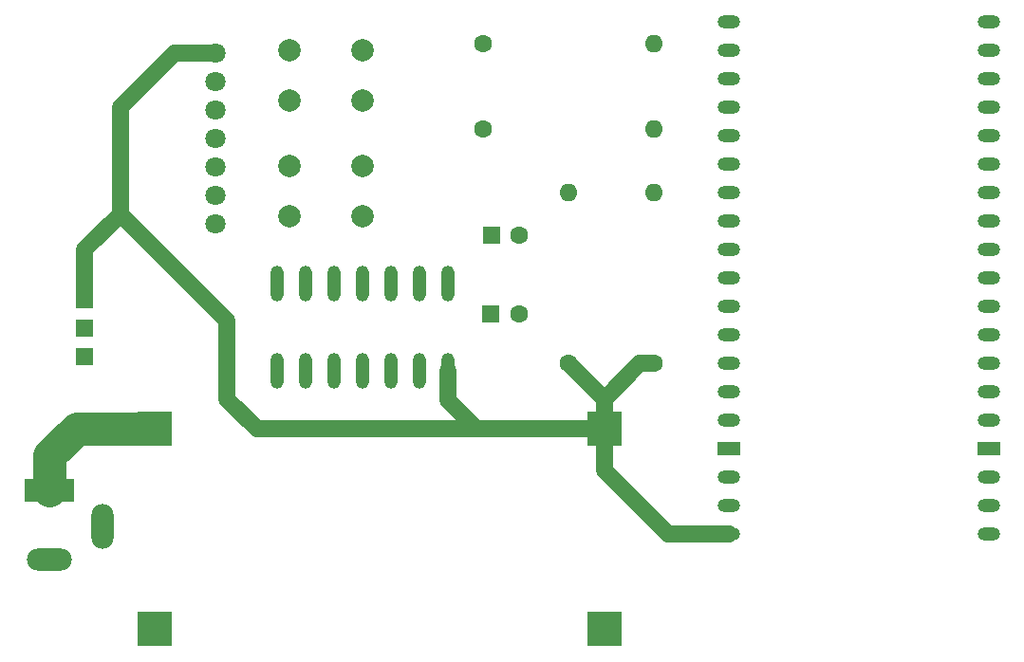
<source format=gtl>
G04 #@! TF.GenerationSoftware,KiCad,Pcbnew,8.0.1*
G04 #@! TF.CreationDate,2024-04-23T21:26:09-07:00*
G04 #@! TF.ProjectId,LED_Device,4c45445f-4465-4766-9963-652e6b696361,rev?*
G04 #@! TF.SameCoordinates,Original*
G04 #@! TF.FileFunction,Copper,L1,Top*
G04 #@! TF.FilePolarity,Positive*
%FSLAX46Y46*%
G04 Gerber Fmt 4.6, Leading zero omitted, Abs format (unit mm)*
G04 Created by KiCad (PCBNEW 8.0.1) date 2024-04-23 21:26:09*
%MOMM*%
%LPD*%
G01*
G04 APERTURE LIST*
G04 #@! TA.AperFunction,ComponentPad*
%ADD10R,4.500000X2.000000*%
G04 #@! TD*
G04 #@! TA.AperFunction,ComponentPad*
%ADD11O,4.000000X2.000000*%
G04 #@! TD*
G04 #@! TA.AperFunction,ComponentPad*
%ADD12O,2.000000X4.000000*%
G04 #@! TD*
G04 #@! TA.AperFunction,ComponentPad*
%ADD13C,1.600000*%
G04 #@! TD*
G04 #@! TA.AperFunction,ComponentPad*
%ADD14O,1.600000X1.600000*%
G04 #@! TD*
G04 #@! TA.AperFunction,ComponentPad*
%ADD15C,2.000000*%
G04 #@! TD*
G04 #@! TA.AperFunction,ComponentPad*
%ADD16R,1.600000X1.600000*%
G04 #@! TD*
G04 #@! TA.AperFunction,ComponentPad*
%ADD17C,1.800000*%
G04 #@! TD*
G04 #@! TA.AperFunction,ComponentPad*
%ADD18O,2.000000X1.200000*%
G04 #@! TD*
G04 #@! TA.AperFunction,ComponentPad*
%ADD19R,2.000000X1.200000*%
G04 #@! TD*
G04 #@! TA.AperFunction,ComponentPad*
%ADD20O,1.200000X3.180000*%
G04 #@! TD*
G04 #@! TA.AperFunction,ComponentPad*
%ADD21R,3.100000X3.100000*%
G04 #@! TD*
G04 #@! TA.AperFunction,Conductor*
%ADD22C,3.000000*%
G04 #@! TD*
G04 #@! TA.AperFunction,Conductor*
%ADD23C,1.500000*%
G04 #@! TD*
G04 #@! TA.AperFunction,Conductor*
%ADD24C,0.254000*%
G04 #@! TD*
G04 APERTURE END LIST*
D10*
X105445000Y-126265000D03*
D11*
X105445000Y-132465000D03*
D12*
X110145000Y-129465000D03*
D13*
X144145000Y-86360000D03*
D14*
X159385000Y-86360000D03*
D15*
X133350000Y-91495000D03*
X126850000Y-91495000D03*
X133350000Y-86995000D03*
X126850000Y-86995000D03*
D13*
X159385000Y-114935000D03*
D14*
X159385000Y-99695000D03*
D16*
X144820000Y-110490000D03*
D13*
X147320000Y-110490000D03*
D17*
X120269000Y-102438200D03*
X120269000Y-99898200D03*
X120269000Y-97358200D03*
X120269000Y-94818200D03*
X120269000Y-92278200D03*
X120269000Y-89738200D03*
X120269000Y-87198200D03*
D16*
X108585000Y-109220000D03*
X108585000Y-111760000D03*
X108585000Y-114300000D03*
D15*
X133350000Y-101825000D03*
X126850000Y-101825000D03*
X133350000Y-97325000D03*
X126850000Y-97325000D03*
D13*
X144145000Y-93980000D03*
D14*
X159385000Y-93980000D03*
D18*
X166065200Y-84455000D03*
X166065200Y-86995000D03*
X166065200Y-89535000D03*
X166065200Y-92075000D03*
X166065200Y-94615000D03*
X166065200Y-97155000D03*
X166065200Y-99695000D03*
X166065200Y-102235000D03*
X166065200Y-104775000D03*
X166065200Y-107315000D03*
X166065200Y-109855000D03*
X166065200Y-112395000D03*
X166065200Y-114935000D03*
X166065200Y-117475000D03*
X166065200Y-120015000D03*
D19*
X166065200Y-122555000D03*
D18*
X166065200Y-125095000D03*
X166065200Y-127635000D03*
X166065200Y-130175000D03*
X189230000Y-84455000D03*
X189230000Y-86995000D03*
X189230000Y-89535000D03*
X189230000Y-92075000D03*
X189230000Y-94615000D03*
X189230000Y-97155000D03*
X189230000Y-99695000D03*
X189230000Y-102235000D03*
X189230000Y-104775000D03*
X189230000Y-107315000D03*
X189230000Y-109855000D03*
X189230000Y-112395000D03*
X189230000Y-114935000D03*
X189230000Y-117475000D03*
X189230000Y-120015000D03*
D19*
X189230000Y-122555000D03*
D18*
X189230000Y-125095000D03*
X189230000Y-127635000D03*
X189230000Y-130175000D03*
D16*
X144844888Y-103505000D03*
D13*
X147344888Y-103505000D03*
D20*
X140970000Y-107770000D03*
X138430000Y-107770000D03*
X135890000Y-107770000D03*
X133350000Y-107770000D03*
X130810000Y-107770000D03*
X128270000Y-107770000D03*
X125730000Y-107770000D03*
X125730000Y-115570000D03*
X128270000Y-115570000D03*
X130810000Y-115570000D03*
X133350000Y-115570000D03*
X135890000Y-115570000D03*
X138430000Y-115570000D03*
X140970000Y-115570000D03*
D13*
X151765000Y-114935000D03*
D14*
X151765000Y-99695000D03*
D21*
X114858800Y-120751600D03*
X114858800Y-138633200D03*
X154940000Y-120751600D03*
X154940000Y-138633200D03*
D22*
X105445000Y-123155000D02*
X107848400Y-120751600D01*
X107848400Y-120751600D02*
X114858800Y-120751600D01*
X105445000Y-126265000D02*
X105445000Y-123155000D01*
D23*
X154940000Y-120751600D02*
X154940000Y-124460000D01*
X154940000Y-118110000D02*
X158115000Y-114935000D01*
X143510000Y-120751600D02*
X123926600Y-120751600D01*
X158115000Y-114935000D02*
X159385000Y-114935000D01*
X111760000Y-101600000D02*
X108585000Y-104775000D01*
X160655000Y-130175000D02*
X166065200Y-130175000D01*
X154940000Y-124460000D02*
X160655000Y-130175000D01*
X154940000Y-120751600D02*
X154940000Y-118110000D01*
X143510000Y-120751600D02*
X140970000Y-118211600D01*
X108585000Y-104775000D02*
X108585000Y-109220000D01*
X121285000Y-118110000D02*
X121285000Y-111125000D01*
X154940000Y-120751600D02*
X148590000Y-120751600D01*
X111760000Y-92075000D02*
X116636800Y-87198200D01*
X116636800Y-87198200D02*
X120269000Y-87198200D01*
X148590000Y-120751600D02*
X143510000Y-120751600D01*
X111760000Y-101600000D02*
X111760000Y-92075000D01*
X154940000Y-118110000D02*
X151765000Y-114935000D01*
X140970000Y-118211600D02*
X140970000Y-115570000D01*
X123926600Y-120751600D02*
X121285000Y-118110000D01*
X121285000Y-111125000D02*
X111760000Y-101600000D01*
D24*
X133350000Y-91263800D02*
X133350000Y-91495000D01*
M02*

</source>
